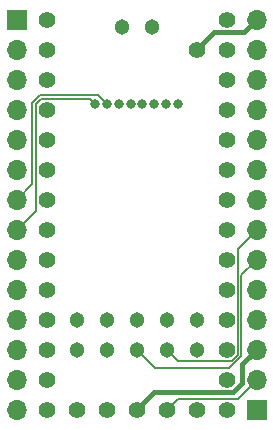
<source format=gbr>
G04 #@! TF.GenerationSoftware,KiCad,Pcbnew,(5.1.4-0-10_14)*
G04 #@! TF.CreationDate,2019-10-03T18:56:30-07:00*
G04 #@! TF.ProjectId,teensy4_header_breakout,7465656e-7379-4345-9f68-65616465725f,rev?*
G04 #@! TF.SameCoordinates,Original*
G04 #@! TF.FileFunction,Copper,L2,Bot*
G04 #@! TF.FilePolarity,Positive*
%FSLAX46Y46*%
G04 Gerber Fmt 4.6, Leading zero omitted, Abs format (unit mm)*
G04 Created by KiCad (PCBNEW (5.1.4-0-10_14)) date 2019-10-03 18:56:30*
%MOMM*%
%LPD*%
G04 APERTURE LIST*
%ADD10C,1.404000*%
%ADD11C,1.304000*%
%ADD12C,0.804000*%
%ADD13O,1.700000X1.700000*%
%ADD14R,1.700000X1.700000*%
%ADD15C,0.152400*%
%ADD16C,0.457200*%
G04 APERTURE END LIST*
D10*
X152400000Y-111760000D03*
X167640000Y-81280000D03*
X165100000Y-83820000D03*
X167640000Y-83820000D03*
X167640000Y-86360000D03*
X167640000Y-88900000D03*
X167640000Y-91440000D03*
X167640000Y-93980000D03*
X167640000Y-96520000D03*
X167640000Y-99060000D03*
X167640000Y-101600000D03*
X167640000Y-104140000D03*
X167640000Y-106680000D03*
X167640000Y-109220000D03*
X167640000Y-111760000D03*
X167640000Y-114300000D03*
X165100000Y-114300000D03*
X162560000Y-114300000D03*
X160020000Y-114300000D03*
X157480000Y-114300000D03*
X154940000Y-114300000D03*
X152400000Y-114300000D03*
X152400000Y-109220000D03*
X152400000Y-106680000D03*
X152400000Y-104140000D03*
X152400000Y-101600000D03*
X152400000Y-99060000D03*
X152400000Y-96520000D03*
X152400000Y-93980000D03*
X152400000Y-91440000D03*
X152400000Y-88900000D03*
X152400000Y-86360000D03*
D11*
X158750000Y-81915000D03*
X161290000Y-81915000D03*
D12*
X156520000Y-88418400D03*
X157520000Y-88418400D03*
X158520000Y-88418400D03*
X159520000Y-88418400D03*
X160520000Y-88418400D03*
X161520000Y-88418400D03*
X162520000Y-88418400D03*
X163520000Y-88418400D03*
D11*
X154940000Y-106680000D03*
X154940000Y-109220000D03*
X157480000Y-106680000D03*
X157480000Y-109220000D03*
X160020000Y-106680000D03*
X160020000Y-109220000D03*
X162560000Y-106680000D03*
X162560000Y-109220000D03*
X165100000Y-106680000D03*
X165100000Y-109220000D03*
D10*
X152400000Y-83820000D03*
X152400000Y-81280000D03*
D13*
X170180000Y-81280000D03*
X170180000Y-83820000D03*
X170180000Y-86360000D03*
X170180000Y-88900000D03*
X170180000Y-91440000D03*
X170180000Y-93980000D03*
X170180000Y-96520000D03*
X170180000Y-99060000D03*
X170180000Y-101600000D03*
X170180000Y-104140000D03*
X170180000Y-106680000D03*
X170180000Y-109220000D03*
X170180000Y-111760000D03*
D14*
X170180000Y-114300000D03*
D13*
X149860000Y-114300000D03*
X149860000Y-111760000D03*
X149860000Y-109220000D03*
X149860000Y-106680000D03*
X149860000Y-104140000D03*
X149860000Y-101600000D03*
X149860000Y-99060000D03*
X149860000Y-96520000D03*
X149860000Y-93980000D03*
X149860000Y-91440000D03*
X149860000Y-88900000D03*
X149860000Y-86360000D03*
X149860000Y-83820000D03*
D14*
X149860000Y-81280000D03*
D15*
X156766188Y-87664588D02*
X157239990Y-88138390D01*
X149860000Y-96520000D02*
X151164588Y-95215412D01*
X151164588Y-88327055D02*
X151827055Y-87664588D01*
X151164588Y-95215412D02*
X151164588Y-88327055D01*
X151827055Y-87664588D02*
X156766188Y-87664588D01*
X156070999Y-87969399D02*
X156239990Y-88138390D01*
X151469399Y-97450601D02*
X151469399Y-88453311D01*
X151953311Y-87969399D02*
X156070999Y-87969399D01*
X149860000Y-99060000D02*
X151469399Y-97450601D01*
X151469399Y-88453311D02*
X151953311Y-87969399D01*
D16*
X165801999Y-83118001D02*
X165100000Y-83820000D01*
X166556999Y-82363001D02*
X165801999Y-83118001D01*
X169096999Y-82363001D02*
X166556999Y-82363001D01*
X170180000Y-81280000D02*
X169096999Y-82363001D01*
D15*
X161594809Y-110794809D02*
X160273610Y-109473610D01*
X170180000Y-101600000D02*
X168875412Y-102904588D01*
X168875412Y-102904588D02*
X168875412Y-109792945D01*
X168875412Y-109792945D02*
X167873548Y-110794809D01*
X167873548Y-110794809D02*
X161594809Y-110794809D01*
X163490601Y-110150601D02*
X162813610Y-109473610D01*
X170180000Y-99060000D02*
X168570601Y-100669399D01*
X168086689Y-110150601D02*
X163490601Y-110150601D01*
X168570601Y-109666689D02*
X168086689Y-110150601D01*
X168570601Y-100669399D02*
X168570601Y-109666689D01*
X163490601Y-113369399D02*
X162813610Y-114046390D01*
X168570601Y-113369399D02*
X163490601Y-113369399D01*
X170180000Y-111760000D02*
X168570601Y-113369399D01*
D16*
X168159841Y-112843001D02*
X161476999Y-112843001D01*
X168948999Y-112053843D02*
X168159841Y-112843001D01*
X168948999Y-110451001D02*
X168948999Y-112053843D01*
X161476999Y-112843001D02*
X160426010Y-113893990D01*
X170180000Y-109220000D02*
X168948999Y-110451001D01*
M02*

</source>
